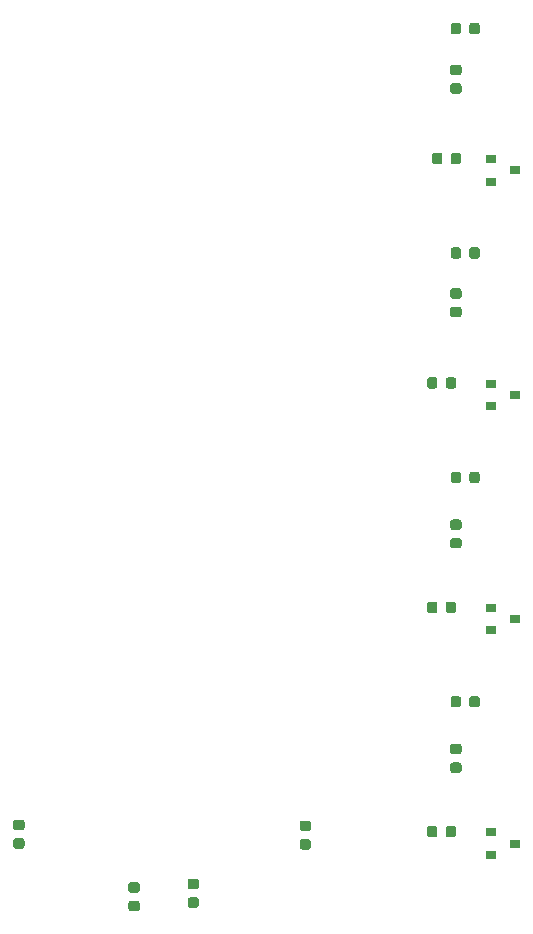
<source format=gtp>
G04 #@! TF.GenerationSoftware,KiCad,Pcbnew,5.1.2-f72e74a~84~ubuntu18.04.1*
G04 #@! TF.CreationDate,2019-06-17T19:39:07+02:00*
G04 #@! TF.ProjectId,msg-relay,6d73672d-7265-46c6-9179-2e6b69636164,rev?*
G04 #@! TF.SameCoordinates,Original*
G04 #@! TF.FileFunction,Paste,Top*
G04 #@! TF.FilePolarity,Positive*
%FSLAX46Y46*%
G04 Gerber Fmt 4.6, Leading zero omitted, Abs format (unit mm)*
G04 Created by KiCad (PCBNEW 5.1.2-f72e74a~84~ubuntu18.04.1) date 2019-06-17 19:39:07*
%MOMM*%
%LPD*%
G04 APERTURE LIST*
%ADD10C,0.100000*%
%ADD11C,0.875000*%
%ADD12R,0.900000X0.800000*%
G04 APERTURE END LIST*
D10*
G36*
X106527691Y-121063553D02*
G01*
X106548926Y-121066703D01*
X106569750Y-121071919D01*
X106589962Y-121079151D01*
X106609368Y-121088330D01*
X106627781Y-121099366D01*
X106645024Y-121112154D01*
X106660930Y-121126570D01*
X106675346Y-121142476D01*
X106688134Y-121159719D01*
X106699170Y-121178132D01*
X106708349Y-121197538D01*
X106715581Y-121217750D01*
X106720797Y-121238574D01*
X106723947Y-121259809D01*
X106725000Y-121281250D01*
X106725000Y-121718750D01*
X106723947Y-121740191D01*
X106720797Y-121761426D01*
X106715581Y-121782250D01*
X106708349Y-121802462D01*
X106699170Y-121821868D01*
X106688134Y-121840281D01*
X106675346Y-121857524D01*
X106660930Y-121873430D01*
X106645024Y-121887846D01*
X106627781Y-121900634D01*
X106609368Y-121911670D01*
X106589962Y-121920849D01*
X106569750Y-121928081D01*
X106548926Y-121933297D01*
X106527691Y-121936447D01*
X106506250Y-121937500D01*
X105993750Y-121937500D01*
X105972309Y-121936447D01*
X105951074Y-121933297D01*
X105930250Y-121928081D01*
X105910038Y-121920849D01*
X105890632Y-121911670D01*
X105872219Y-121900634D01*
X105854976Y-121887846D01*
X105839070Y-121873430D01*
X105824654Y-121857524D01*
X105811866Y-121840281D01*
X105800830Y-121821868D01*
X105791651Y-121802462D01*
X105784419Y-121782250D01*
X105779203Y-121761426D01*
X105776053Y-121740191D01*
X105775000Y-121718750D01*
X105775000Y-121281250D01*
X105776053Y-121259809D01*
X105779203Y-121238574D01*
X105784419Y-121217750D01*
X105791651Y-121197538D01*
X105800830Y-121178132D01*
X105811866Y-121159719D01*
X105824654Y-121142476D01*
X105839070Y-121126570D01*
X105854976Y-121112154D01*
X105872219Y-121099366D01*
X105890632Y-121088330D01*
X105910038Y-121079151D01*
X105930250Y-121071919D01*
X105951074Y-121066703D01*
X105972309Y-121063553D01*
X105993750Y-121062500D01*
X106506250Y-121062500D01*
X106527691Y-121063553D01*
X106527691Y-121063553D01*
G37*
D11*
X106250000Y-121500000D03*
D10*
G36*
X106527691Y-122638553D02*
G01*
X106548926Y-122641703D01*
X106569750Y-122646919D01*
X106589962Y-122654151D01*
X106609368Y-122663330D01*
X106627781Y-122674366D01*
X106645024Y-122687154D01*
X106660930Y-122701570D01*
X106675346Y-122717476D01*
X106688134Y-122734719D01*
X106699170Y-122753132D01*
X106708349Y-122772538D01*
X106715581Y-122792750D01*
X106720797Y-122813574D01*
X106723947Y-122834809D01*
X106725000Y-122856250D01*
X106725000Y-123293750D01*
X106723947Y-123315191D01*
X106720797Y-123336426D01*
X106715581Y-123357250D01*
X106708349Y-123377462D01*
X106699170Y-123396868D01*
X106688134Y-123415281D01*
X106675346Y-123432524D01*
X106660930Y-123448430D01*
X106645024Y-123462846D01*
X106627781Y-123475634D01*
X106609368Y-123486670D01*
X106589962Y-123495849D01*
X106569750Y-123503081D01*
X106548926Y-123508297D01*
X106527691Y-123511447D01*
X106506250Y-123512500D01*
X105993750Y-123512500D01*
X105972309Y-123511447D01*
X105951074Y-123508297D01*
X105930250Y-123503081D01*
X105910038Y-123495849D01*
X105890632Y-123486670D01*
X105872219Y-123475634D01*
X105854976Y-123462846D01*
X105839070Y-123448430D01*
X105824654Y-123432524D01*
X105811866Y-123415281D01*
X105800830Y-123396868D01*
X105791651Y-123377462D01*
X105784419Y-123357250D01*
X105779203Y-123336426D01*
X105776053Y-123315191D01*
X105775000Y-123293750D01*
X105775000Y-122856250D01*
X105776053Y-122834809D01*
X105779203Y-122813574D01*
X105784419Y-122792750D01*
X105791651Y-122772538D01*
X105800830Y-122753132D01*
X105811866Y-122734719D01*
X105824654Y-122717476D01*
X105839070Y-122701570D01*
X105854976Y-122687154D01*
X105872219Y-122674366D01*
X105890632Y-122663330D01*
X105910038Y-122654151D01*
X105930250Y-122646919D01*
X105951074Y-122641703D01*
X105972309Y-122638553D01*
X105993750Y-122637500D01*
X106506250Y-122637500D01*
X106527691Y-122638553D01*
X106527691Y-122638553D01*
G37*
D11*
X106250000Y-123075000D03*
D10*
G36*
X97027691Y-127563553D02*
G01*
X97048926Y-127566703D01*
X97069750Y-127571919D01*
X97089962Y-127579151D01*
X97109368Y-127588330D01*
X97127781Y-127599366D01*
X97145024Y-127612154D01*
X97160930Y-127626570D01*
X97175346Y-127642476D01*
X97188134Y-127659719D01*
X97199170Y-127678132D01*
X97208349Y-127697538D01*
X97215581Y-127717750D01*
X97220797Y-127738574D01*
X97223947Y-127759809D01*
X97225000Y-127781250D01*
X97225000Y-128218750D01*
X97223947Y-128240191D01*
X97220797Y-128261426D01*
X97215581Y-128282250D01*
X97208349Y-128302462D01*
X97199170Y-128321868D01*
X97188134Y-128340281D01*
X97175346Y-128357524D01*
X97160930Y-128373430D01*
X97145024Y-128387846D01*
X97127781Y-128400634D01*
X97109368Y-128411670D01*
X97089962Y-128420849D01*
X97069750Y-128428081D01*
X97048926Y-128433297D01*
X97027691Y-128436447D01*
X97006250Y-128437500D01*
X96493750Y-128437500D01*
X96472309Y-128436447D01*
X96451074Y-128433297D01*
X96430250Y-128428081D01*
X96410038Y-128420849D01*
X96390632Y-128411670D01*
X96372219Y-128400634D01*
X96354976Y-128387846D01*
X96339070Y-128373430D01*
X96324654Y-128357524D01*
X96311866Y-128340281D01*
X96300830Y-128321868D01*
X96291651Y-128302462D01*
X96284419Y-128282250D01*
X96279203Y-128261426D01*
X96276053Y-128240191D01*
X96275000Y-128218750D01*
X96275000Y-127781250D01*
X96276053Y-127759809D01*
X96279203Y-127738574D01*
X96284419Y-127717750D01*
X96291651Y-127697538D01*
X96300830Y-127678132D01*
X96311866Y-127659719D01*
X96324654Y-127642476D01*
X96339070Y-127626570D01*
X96354976Y-127612154D01*
X96372219Y-127599366D01*
X96390632Y-127588330D01*
X96410038Y-127579151D01*
X96430250Y-127571919D01*
X96451074Y-127566703D01*
X96472309Y-127563553D01*
X96493750Y-127562500D01*
X97006250Y-127562500D01*
X97027691Y-127563553D01*
X97027691Y-127563553D01*
G37*
D11*
X96750000Y-128000000D03*
D10*
G36*
X97027691Y-125988553D02*
G01*
X97048926Y-125991703D01*
X97069750Y-125996919D01*
X97089962Y-126004151D01*
X97109368Y-126013330D01*
X97127781Y-126024366D01*
X97145024Y-126037154D01*
X97160930Y-126051570D01*
X97175346Y-126067476D01*
X97188134Y-126084719D01*
X97199170Y-126103132D01*
X97208349Y-126122538D01*
X97215581Y-126142750D01*
X97220797Y-126163574D01*
X97223947Y-126184809D01*
X97225000Y-126206250D01*
X97225000Y-126643750D01*
X97223947Y-126665191D01*
X97220797Y-126686426D01*
X97215581Y-126707250D01*
X97208349Y-126727462D01*
X97199170Y-126746868D01*
X97188134Y-126765281D01*
X97175346Y-126782524D01*
X97160930Y-126798430D01*
X97145024Y-126812846D01*
X97127781Y-126825634D01*
X97109368Y-126836670D01*
X97089962Y-126845849D01*
X97069750Y-126853081D01*
X97048926Y-126858297D01*
X97027691Y-126861447D01*
X97006250Y-126862500D01*
X96493750Y-126862500D01*
X96472309Y-126861447D01*
X96451074Y-126858297D01*
X96430250Y-126853081D01*
X96410038Y-126845849D01*
X96390632Y-126836670D01*
X96372219Y-126825634D01*
X96354976Y-126812846D01*
X96339070Y-126798430D01*
X96324654Y-126782524D01*
X96311866Y-126765281D01*
X96300830Y-126746868D01*
X96291651Y-126727462D01*
X96284419Y-126707250D01*
X96279203Y-126686426D01*
X96276053Y-126665191D01*
X96275000Y-126643750D01*
X96275000Y-126206250D01*
X96276053Y-126184809D01*
X96279203Y-126163574D01*
X96284419Y-126142750D01*
X96291651Y-126122538D01*
X96300830Y-126103132D01*
X96311866Y-126084719D01*
X96324654Y-126067476D01*
X96339070Y-126051570D01*
X96354976Y-126037154D01*
X96372219Y-126024366D01*
X96390632Y-126013330D01*
X96410038Y-126004151D01*
X96430250Y-125996919D01*
X96451074Y-125991703D01*
X96472309Y-125988553D01*
X96493750Y-125987500D01*
X97006250Y-125987500D01*
X97027691Y-125988553D01*
X97027691Y-125988553D01*
G37*
D11*
X96750000Y-126425000D03*
D10*
G36*
X82277691Y-120988553D02*
G01*
X82298926Y-120991703D01*
X82319750Y-120996919D01*
X82339962Y-121004151D01*
X82359368Y-121013330D01*
X82377781Y-121024366D01*
X82395024Y-121037154D01*
X82410930Y-121051570D01*
X82425346Y-121067476D01*
X82438134Y-121084719D01*
X82449170Y-121103132D01*
X82458349Y-121122538D01*
X82465581Y-121142750D01*
X82470797Y-121163574D01*
X82473947Y-121184809D01*
X82475000Y-121206250D01*
X82475000Y-121643750D01*
X82473947Y-121665191D01*
X82470797Y-121686426D01*
X82465581Y-121707250D01*
X82458349Y-121727462D01*
X82449170Y-121746868D01*
X82438134Y-121765281D01*
X82425346Y-121782524D01*
X82410930Y-121798430D01*
X82395024Y-121812846D01*
X82377781Y-121825634D01*
X82359368Y-121836670D01*
X82339962Y-121845849D01*
X82319750Y-121853081D01*
X82298926Y-121858297D01*
X82277691Y-121861447D01*
X82256250Y-121862500D01*
X81743750Y-121862500D01*
X81722309Y-121861447D01*
X81701074Y-121858297D01*
X81680250Y-121853081D01*
X81660038Y-121845849D01*
X81640632Y-121836670D01*
X81622219Y-121825634D01*
X81604976Y-121812846D01*
X81589070Y-121798430D01*
X81574654Y-121782524D01*
X81561866Y-121765281D01*
X81550830Y-121746868D01*
X81541651Y-121727462D01*
X81534419Y-121707250D01*
X81529203Y-121686426D01*
X81526053Y-121665191D01*
X81525000Y-121643750D01*
X81525000Y-121206250D01*
X81526053Y-121184809D01*
X81529203Y-121163574D01*
X81534419Y-121142750D01*
X81541651Y-121122538D01*
X81550830Y-121103132D01*
X81561866Y-121084719D01*
X81574654Y-121067476D01*
X81589070Y-121051570D01*
X81604976Y-121037154D01*
X81622219Y-121024366D01*
X81640632Y-121013330D01*
X81660038Y-121004151D01*
X81680250Y-120996919D01*
X81701074Y-120991703D01*
X81722309Y-120988553D01*
X81743750Y-120987500D01*
X82256250Y-120987500D01*
X82277691Y-120988553D01*
X82277691Y-120988553D01*
G37*
D11*
X82000000Y-121425000D03*
D10*
G36*
X82277691Y-122563553D02*
G01*
X82298926Y-122566703D01*
X82319750Y-122571919D01*
X82339962Y-122579151D01*
X82359368Y-122588330D01*
X82377781Y-122599366D01*
X82395024Y-122612154D01*
X82410930Y-122626570D01*
X82425346Y-122642476D01*
X82438134Y-122659719D01*
X82449170Y-122678132D01*
X82458349Y-122697538D01*
X82465581Y-122717750D01*
X82470797Y-122738574D01*
X82473947Y-122759809D01*
X82475000Y-122781250D01*
X82475000Y-123218750D01*
X82473947Y-123240191D01*
X82470797Y-123261426D01*
X82465581Y-123282250D01*
X82458349Y-123302462D01*
X82449170Y-123321868D01*
X82438134Y-123340281D01*
X82425346Y-123357524D01*
X82410930Y-123373430D01*
X82395024Y-123387846D01*
X82377781Y-123400634D01*
X82359368Y-123411670D01*
X82339962Y-123420849D01*
X82319750Y-123428081D01*
X82298926Y-123433297D01*
X82277691Y-123436447D01*
X82256250Y-123437500D01*
X81743750Y-123437500D01*
X81722309Y-123436447D01*
X81701074Y-123433297D01*
X81680250Y-123428081D01*
X81660038Y-123420849D01*
X81640632Y-123411670D01*
X81622219Y-123400634D01*
X81604976Y-123387846D01*
X81589070Y-123373430D01*
X81574654Y-123357524D01*
X81561866Y-123340281D01*
X81550830Y-123321868D01*
X81541651Y-123302462D01*
X81534419Y-123282250D01*
X81529203Y-123261426D01*
X81526053Y-123240191D01*
X81525000Y-123218750D01*
X81525000Y-122781250D01*
X81526053Y-122759809D01*
X81529203Y-122738574D01*
X81534419Y-122717750D01*
X81541651Y-122697538D01*
X81550830Y-122678132D01*
X81561866Y-122659719D01*
X81574654Y-122642476D01*
X81589070Y-122626570D01*
X81604976Y-122612154D01*
X81622219Y-122599366D01*
X81640632Y-122588330D01*
X81660038Y-122579151D01*
X81680250Y-122571919D01*
X81701074Y-122566703D01*
X81722309Y-122563553D01*
X81743750Y-122562500D01*
X82256250Y-122562500D01*
X82277691Y-122563553D01*
X82277691Y-122563553D01*
G37*
D11*
X82000000Y-123000000D03*
D10*
G36*
X92027691Y-127851053D02*
G01*
X92048926Y-127854203D01*
X92069750Y-127859419D01*
X92089962Y-127866651D01*
X92109368Y-127875830D01*
X92127781Y-127886866D01*
X92145024Y-127899654D01*
X92160930Y-127914070D01*
X92175346Y-127929976D01*
X92188134Y-127947219D01*
X92199170Y-127965632D01*
X92208349Y-127985038D01*
X92215581Y-128005250D01*
X92220797Y-128026074D01*
X92223947Y-128047309D01*
X92225000Y-128068750D01*
X92225000Y-128506250D01*
X92223947Y-128527691D01*
X92220797Y-128548926D01*
X92215581Y-128569750D01*
X92208349Y-128589962D01*
X92199170Y-128609368D01*
X92188134Y-128627781D01*
X92175346Y-128645024D01*
X92160930Y-128660930D01*
X92145024Y-128675346D01*
X92127781Y-128688134D01*
X92109368Y-128699170D01*
X92089962Y-128708349D01*
X92069750Y-128715581D01*
X92048926Y-128720797D01*
X92027691Y-128723947D01*
X92006250Y-128725000D01*
X91493750Y-128725000D01*
X91472309Y-128723947D01*
X91451074Y-128720797D01*
X91430250Y-128715581D01*
X91410038Y-128708349D01*
X91390632Y-128699170D01*
X91372219Y-128688134D01*
X91354976Y-128675346D01*
X91339070Y-128660930D01*
X91324654Y-128645024D01*
X91311866Y-128627781D01*
X91300830Y-128609368D01*
X91291651Y-128589962D01*
X91284419Y-128569750D01*
X91279203Y-128548926D01*
X91276053Y-128527691D01*
X91275000Y-128506250D01*
X91275000Y-128068750D01*
X91276053Y-128047309D01*
X91279203Y-128026074D01*
X91284419Y-128005250D01*
X91291651Y-127985038D01*
X91300830Y-127965632D01*
X91311866Y-127947219D01*
X91324654Y-127929976D01*
X91339070Y-127914070D01*
X91354976Y-127899654D01*
X91372219Y-127886866D01*
X91390632Y-127875830D01*
X91410038Y-127866651D01*
X91430250Y-127859419D01*
X91451074Y-127854203D01*
X91472309Y-127851053D01*
X91493750Y-127850000D01*
X92006250Y-127850000D01*
X92027691Y-127851053D01*
X92027691Y-127851053D01*
G37*
D11*
X91750000Y-128287500D03*
D10*
G36*
X92027691Y-126276053D02*
G01*
X92048926Y-126279203D01*
X92069750Y-126284419D01*
X92089962Y-126291651D01*
X92109368Y-126300830D01*
X92127781Y-126311866D01*
X92145024Y-126324654D01*
X92160930Y-126339070D01*
X92175346Y-126354976D01*
X92188134Y-126372219D01*
X92199170Y-126390632D01*
X92208349Y-126410038D01*
X92215581Y-126430250D01*
X92220797Y-126451074D01*
X92223947Y-126472309D01*
X92225000Y-126493750D01*
X92225000Y-126931250D01*
X92223947Y-126952691D01*
X92220797Y-126973926D01*
X92215581Y-126994750D01*
X92208349Y-127014962D01*
X92199170Y-127034368D01*
X92188134Y-127052781D01*
X92175346Y-127070024D01*
X92160930Y-127085930D01*
X92145024Y-127100346D01*
X92127781Y-127113134D01*
X92109368Y-127124170D01*
X92089962Y-127133349D01*
X92069750Y-127140581D01*
X92048926Y-127145797D01*
X92027691Y-127148947D01*
X92006250Y-127150000D01*
X91493750Y-127150000D01*
X91472309Y-127148947D01*
X91451074Y-127145797D01*
X91430250Y-127140581D01*
X91410038Y-127133349D01*
X91390632Y-127124170D01*
X91372219Y-127113134D01*
X91354976Y-127100346D01*
X91339070Y-127085930D01*
X91324654Y-127070024D01*
X91311866Y-127052781D01*
X91300830Y-127034368D01*
X91291651Y-127014962D01*
X91284419Y-126994750D01*
X91279203Y-126973926D01*
X91276053Y-126952691D01*
X91275000Y-126931250D01*
X91275000Y-126493750D01*
X91276053Y-126472309D01*
X91279203Y-126451074D01*
X91284419Y-126430250D01*
X91291651Y-126410038D01*
X91300830Y-126390632D01*
X91311866Y-126372219D01*
X91324654Y-126354976D01*
X91339070Y-126339070D01*
X91354976Y-126324654D01*
X91372219Y-126311866D01*
X91390632Y-126300830D01*
X91410038Y-126291651D01*
X91430250Y-126284419D01*
X91451074Y-126279203D01*
X91472309Y-126276053D01*
X91493750Y-126275000D01*
X92006250Y-126275000D01*
X92027691Y-126276053D01*
X92027691Y-126276053D01*
G37*
D11*
X91750000Y-126712500D03*
D10*
G36*
X117240191Y-121526053D02*
G01*
X117261426Y-121529203D01*
X117282250Y-121534419D01*
X117302462Y-121541651D01*
X117321868Y-121550830D01*
X117340281Y-121561866D01*
X117357524Y-121574654D01*
X117373430Y-121589070D01*
X117387846Y-121604976D01*
X117400634Y-121622219D01*
X117411670Y-121640632D01*
X117420849Y-121660038D01*
X117428081Y-121680250D01*
X117433297Y-121701074D01*
X117436447Y-121722309D01*
X117437500Y-121743750D01*
X117437500Y-122256250D01*
X117436447Y-122277691D01*
X117433297Y-122298926D01*
X117428081Y-122319750D01*
X117420849Y-122339962D01*
X117411670Y-122359368D01*
X117400634Y-122377781D01*
X117387846Y-122395024D01*
X117373430Y-122410930D01*
X117357524Y-122425346D01*
X117340281Y-122438134D01*
X117321868Y-122449170D01*
X117302462Y-122458349D01*
X117282250Y-122465581D01*
X117261426Y-122470797D01*
X117240191Y-122473947D01*
X117218750Y-122475000D01*
X116781250Y-122475000D01*
X116759809Y-122473947D01*
X116738574Y-122470797D01*
X116717750Y-122465581D01*
X116697538Y-122458349D01*
X116678132Y-122449170D01*
X116659719Y-122438134D01*
X116642476Y-122425346D01*
X116626570Y-122410930D01*
X116612154Y-122395024D01*
X116599366Y-122377781D01*
X116588330Y-122359368D01*
X116579151Y-122339962D01*
X116571919Y-122319750D01*
X116566703Y-122298926D01*
X116563553Y-122277691D01*
X116562500Y-122256250D01*
X116562500Y-121743750D01*
X116563553Y-121722309D01*
X116566703Y-121701074D01*
X116571919Y-121680250D01*
X116579151Y-121660038D01*
X116588330Y-121640632D01*
X116599366Y-121622219D01*
X116612154Y-121604976D01*
X116626570Y-121589070D01*
X116642476Y-121574654D01*
X116659719Y-121561866D01*
X116678132Y-121550830D01*
X116697538Y-121541651D01*
X116717750Y-121534419D01*
X116738574Y-121529203D01*
X116759809Y-121526053D01*
X116781250Y-121525000D01*
X117218750Y-121525000D01*
X117240191Y-121526053D01*
X117240191Y-121526053D01*
G37*
D11*
X117000000Y-122000000D03*
D10*
G36*
X118815191Y-121526053D02*
G01*
X118836426Y-121529203D01*
X118857250Y-121534419D01*
X118877462Y-121541651D01*
X118896868Y-121550830D01*
X118915281Y-121561866D01*
X118932524Y-121574654D01*
X118948430Y-121589070D01*
X118962846Y-121604976D01*
X118975634Y-121622219D01*
X118986670Y-121640632D01*
X118995849Y-121660038D01*
X119003081Y-121680250D01*
X119008297Y-121701074D01*
X119011447Y-121722309D01*
X119012500Y-121743750D01*
X119012500Y-122256250D01*
X119011447Y-122277691D01*
X119008297Y-122298926D01*
X119003081Y-122319750D01*
X118995849Y-122339962D01*
X118986670Y-122359368D01*
X118975634Y-122377781D01*
X118962846Y-122395024D01*
X118948430Y-122410930D01*
X118932524Y-122425346D01*
X118915281Y-122438134D01*
X118896868Y-122449170D01*
X118877462Y-122458349D01*
X118857250Y-122465581D01*
X118836426Y-122470797D01*
X118815191Y-122473947D01*
X118793750Y-122475000D01*
X118356250Y-122475000D01*
X118334809Y-122473947D01*
X118313574Y-122470797D01*
X118292750Y-122465581D01*
X118272538Y-122458349D01*
X118253132Y-122449170D01*
X118234719Y-122438134D01*
X118217476Y-122425346D01*
X118201570Y-122410930D01*
X118187154Y-122395024D01*
X118174366Y-122377781D01*
X118163330Y-122359368D01*
X118154151Y-122339962D01*
X118146919Y-122319750D01*
X118141703Y-122298926D01*
X118138553Y-122277691D01*
X118137500Y-122256250D01*
X118137500Y-121743750D01*
X118138553Y-121722309D01*
X118141703Y-121701074D01*
X118146919Y-121680250D01*
X118154151Y-121660038D01*
X118163330Y-121640632D01*
X118174366Y-121622219D01*
X118187154Y-121604976D01*
X118201570Y-121589070D01*
X118217476Y-121574654D01*
X118234719Y-121561866D01*
X118253132Y-121550830D01*
X118272538Y-121541651D01*
X118292750Y-121534419D01*
X118313574Y-121529203D01*
X118334809Y-121526053D01*
X118356250Y-121525000D01*
X118793750Y-121525000D01*
X118815191Y-121526053D01*
X118815191Y-121526053D01*
G37*
D11*
X118575000Y-122000000D03*
D10*
G36*
X119240191Y-110526053D02*
G01*
X119261426Y-110529203D01*
X119282250Y-110534419D01*
X119302462Y-110541651D01*
X119321868Y-110550830D01*
X119340281Y-110561866D01*
X119357524Y-110574654D01*
X119373430Y-110589070D01*
X119387846Y-110604976D01*
X119400634Y-110622219D01*
X119411670Y-110640632D01*
X119420849Y-110660038D01*
X119428081Y-110680250D01*
X119433297Y-110701074D01*
X119436447Y-110722309D01*
X119437500Y-110743750D01*
X119437500Y-111256250D01*
X119436447Y-111277691D01*
X119433297Y-111298926D01*
X119428081Y-111319750D01*
X119420849Y-111339962D01*
X119411670Y-111359368D01*
X119400634Y-111377781D01*
X119387846Y-111395024D01*
X119373430Y-111410930D01*
X119357524Y-111425346D01*
X119340281Y-111438134D01*
X119321868Y-111449170D01*
X119302462Y-111458349D01*
X119282250Y-111465581D01*
X119261426Y-111470797D01*
X119240191Y-111473947D01*
X119218750Y-111475000D01*
X118781250Y-111475000D01*
X118759809Y-111473947D01*
X118738574Y-111470797D01*
X118717750Y-111465581D01*
X118697538Y-111458349D01*
X118678132Y-111449170D01*
X118659719Y-111438134D01*
X118642476Y-111425346D01*
X118626570Y-111410930D01*
X118612154Y-111395024D01*
X118599366Y-111377781D01*
X118588330Y-111359368D01*
X118579151Y-111339962D01*
X118571919Y-111319750D01*
X118566703Y-111298926D01*
X118563553Y-111277691D01*
X118562500Y-111256250D01*
X118562500Y-110743750D01*
X118563553Y-110722309D01*
X118566703Y-110701074D01*
X118571919Y-110680250D01*
X118579151Y-110660038D01*
X118588330Y-110640632D01*
X118599366Y-110622219D01*
X118612154Y-110604976D01*
X118626570Y-110589070D01*
X118642476Y-110574654D01*
X118659719Y-110561866D01*
X118678132Y-110550830D01*
X118697538Y-110541651D01*
X118717750Y-110534419D01*
X118738574Y-110529203D01*
X118759809Y-110526053D01*
X118781250Y-110525000D01*
X119218750Y-110525000D01*
X119240191Y-110526053D01*
X119240191Y-110526053D01*
G37*
D11*
X119000000Y-111000000D03*
D10*
G36*
X120815191Y-110526053D02*
G01*
X120836426Y-110529203D01*
X120857250Y-110534419D01*
X120877462Y-110541651D01*
X120896868Y-110550830D01*
X120915281Y-110561866D01*
X120932524Y-110574654D01*
X120948430Y-110589070D01*
X120962846Y-110604976D01*
X120975634Y-110622219D01*
X120986670Y-110640632D01*
X120995849Y-110660038D01*
X121003081Y-110680250D01*
X121008297Y-110701074D01*
X121011447Y-110722309D01*
X121012500Y-110743750D01*
X121012500Y-111256250D01*
X121011447Y-111277691D01*
X121008297Y-111298926D01*
X121003081Y-111319750D01*
X120995849Y-111339962D01*
X120986670Y-111359368D01*
X120975634Y-111377781D01*
X120962846Y-111395024D01*
X120948430Y-111410930D01*
X120932524Y-111425346D01*
X120915281Y-111438134D01*
X120896868Y-111449170D01*
X120877462Y-111458349D01*
X120857250Y-111465581D01*
X120836426Y-111470797D01*
X120815191Y-111473947D01*
X120793750Y-111475000D01*
X120356250Y-111475000D01*
X120334809Y-111473947D01*
X120313574Y-111470797D01*
X120292750Y-111465581D01*
X120272538Y-111458349D01*
X120253132Y-111449170D01*
X120234719Y-111438134D01*
X120217476Y-111425346D01*
X120201570Y-111410930D01*
X120187154Y-111395024D01*
X120174366Y-111377781D01*
X120163330Y-111359368D01*
X120154151Y-111339962D01*
X120146919Y-111319750D01*
X120141703Y-111298926D01*
X120138553Y-111277691D01*
X120137500Y-111256250D01*
X120137500Y-110743750D01*
X120138553Y-110722309D01*
X120141703Y-110701074D01*
X120146919Y-110680250D01*
X120154151Y-110660038D01*
X120163330Y-110640632D01*
X120174366Y-110622219D01*
X120187154Y-110604976D01*
X120201570Y-110589070D01*
X120217476Y-110574654D01*
X120234719Y-110561866D01*
X120253132Y-110550830D01*
X120272538Y-110541651D01*
X120292750Y-110534419D01*
X120313574Y-110529203D01*
X120334809Y-110526053D01*
X120356250Y-110525000D01*
X120793750Y-110525000D01*
X120815191Y-110526053D01*
X120815191Y-110526053D01*
G37*
D11*
X120575000Y-111000000D03*
D10*
G36*
X117240191Y-102526053D02*
G01*
X117261426Y-102529203D01*
X117282250Y-102534419D01*
X117302462Y-102541651D01*
X117321868Y-102550830D01*
X117340281Y-102561866D01*
X117357524Y-102574654D01*
X117373430Y-102589070D01*
X117387846Y-102604976D01*
X117400634Y-102622219D01*
X117411670Y-102640632D01*
X117420849Y-102660038D01*
X117428081Y-102680250D01*
X117433297Y-102701074D01*
X117436447Y-102722309D01*
X117437500Y-102743750D01*
X117437500Y-103256250D01*
X117436447Y-103277691D01*
X117433297Y-103298926D01*
X117428081Y-103319750D01*
X117420849Y-103339962D01*
X117411670Y-103359368D01*
X117400634Y-103377781D01*
X117387846Y-103395024D01*
X117373430Y-103410930D01*
X117357524Y-103425346D01*
X117340281Y-103438134D01*
X117321868Y-103449170D01*
X117302462Y-103458349D01*
X117282250Y-103465581D01*
X117261426Y-103470797D01*
X117240191Y-103473947D01*
X117218750Y-103475000D01*
X116781250Y-103475000D01*
X116759809Y-103473947D01*
X116738574Y-103470797D01*
X116717750Y-103465581D01*
X116697538Y-103458349D01*
X116678132Y-103449170D01*
X116659719Y-103438134D01*
X116642476Y-103425346D01*
X116626570Y-103410930D01*
X116612154Y-103395024D01*
X116599366Y-103377781D01*
X116588330Y-103359368D01*
X116579151Y-103339962D01*
X116571919Y-103319750D01*
X116566703Y-103298926D01*
X116563553Y-103277691D01*
X116562500Y-103256250D01*
X116562500Y-102743750D01*
X116563553Y-102722309D01*
X116566703Y-102701074D01*
X116571919Y-102680250D01*
X116579151Y-102660038D01*
X116588330Y-102640632D01*
X116599366Y-102622219D01*
X116612154Y-102604976D01*
X116626570Y-102589070D01*
X116642476Y-102574654D01*
X116659719Y-102561866D01*
X116678132Y-102550830D01*
X116697538Y-102541651D01*
X116717750Y-102534419D01*
X116738574Y-102529203D01*
X116759809Y-102526053D01*
X116781250Y-102525000D01*
X117218750Y-102525000D01*
X117240191Y-102526053D01*
X117240191Y-102526053D01*
G37*
D11*
X117000000Y-103000000D03*
D10*
G36*
X118815191Y-102526053D02*
G01*
X118836426Y-102529203D01*
X118857250Y-102534419D01*
X118877462Y-102541651D01*
X118896868Y-102550830D01*
X118915281Y-102561866D01*
X118932524Y-102574654D01*
X118948430Y-102589070D01*
X118962846Y-102604976D01*
X118975634Y-102622219D01*
X118986670Y-102640632D01*
X118995849Y-102660038D01*
X119003081Y-102680250D01*
X119008297Y-102701074D01*
X119011447Y-102722309D01*
X119012500Y-102743750D01*
X119012500Y-103256250D01*
X119011447Y-103277691D01*
X119008297Y-103298926D01*
X119003081Y-103319750D01*
X118995849Y-103339962D01*
X118986670Y-103359368D01*
X118975634Y-103377781D01*
X118962846Y-103395024D01*
X118948430Y-103410930D01*
X118932524Y-103425346D01*
X118915281Y-103438134D01*
X118896868Y-103449170D01*
X118877462Y-103458349D01*
X118857250Y-103465581D01*
X118836426Y-103470797D01*
X118815191Y-103473947D01*
X118793750Y-103475000D01*
X118356250Y-103475000D01*
X118334809Y-103473947D01*
X118313574Y-103470797D01*
X118292750Y-103465581D01*
X118272538Y-103458349D01*
X118253132Y-103449170D01*
X118234719Y-103438134D01*
X118217476Y-103425346D01*
X118201570Y-103410930D01*
X118187154Y-103395024D01*
X118174366Y-103377781D01*
X118163330Y-103359368D01*
X118154151Y-103339962D01*
X118146919Y-103319750D01*
X118141703Y-103298926D01*
X118138553Y-103277691D01*
X118137500Y-103256250D01*
X118137500Y-102743750D01*
X118138553Y-102722309D01*
X118141703Y-102701074D01*
X118146919Y-102680250D01*
X118154151Y-102660038D01*
X118163330Y-102640632D01*
X118174366Y-102622219D01*
X118187154Y-102604976D01*
X118201570Y-102589070D01*
X118217476Y-102574654D01*
X118234719Y-102561866D01*
X118253132Y-102550830D01*
X118272538Y-102541651D01*
X118292750Y-102534419D01*
X118313574Y-102529203D01*
X118334809Y-102526053D01*
X118356250Y-102525000D01*
X118793750Y-102525000D01*
X118815191Y-102526053D01*
X118815191Y-102526053D01*
G37*
D11*
X118575000Y-103000000D03*
D10*
G36*
X119240191Y-91526053D02*
G01*
X119261426Y-91529203D01*
X119282250Y-91534419D01*
X119302462Y-91541651D01*
X119321868Y-91550830D01*
X119340281Y-91561866D01*
X119357524Y-91574654D01*
X119373430Y-91589070D01*
X119387846Y-91604976D01*
X119400634Y-91622219D01*
X119411670Y-91640632D01*
X119420849Y-91660038D01*
X119428081Y-91680250D01*
X119433297Y-91701074D01*
X119436447Y-91722309D01*
X119437500Y-91743750D01*
X119437500Y-92256250D01*
X119436447Y-92277691D01*
X119433297Y-92298926D01*
X119428081Y-92319750D01*
X119420849Y-92339962D01*
X119411670Y-92359368D01*
X119400634Y-92377781D01*
X119387846Y-92395024D01*
X119373430Y-92410930D01*
X119357524Y-92425346D01*
X119340281Y-92438134D01*
X119321868Y-92449170D01*
X119302462Y-92458349D01*
X119282250Y-92465581D01*
X119261426Y-92470797D01*
X119240191Y-92473947D01*
X119218750Y-92475000D01*
X118781250Y-92475000D01*
X118759809Y-92473947D01*
X118738574Y-92470797D01*
X118717750Y-92465581D01*
X118697538Y-92458349D01*
X118678132Y-92449170D01*
X118659719Y-92438134D01*
X118642476Y-92425346D01*
X118626570Y-92410930D01*
X118612154Y-92395024D01*
X118599366Y-92377781D01*
X118588330Y-92359368D01*
X118579151Y-92339962D01*
X118571919Y-92319750D01*
X118566703Y-92298926D01*
X118563553Y-92277691D01*
X118562500Y-92256250D01*
X118562500Y-91743750D01*
X118563553Y-91722309D01*
X118566703Y-91701074D01*
X118571919Y-91680250D01*
X118579151Y-91660038D01*
X118588330Y-91640632D01*
X118599366Y-91622219D01*
X118612154Y-91604976D01*
X118626570Y-91589070D01*
X118642476Y-91574654D01*
X118659719Y-91561866D01*
X118678132Y-91550830D01*
X118697538Y-91541651D01*
X118717750Y-91534419D01*
X118738574Y-91529203D01*
X118759809Y-91526053D01*
X118781250Y-91525000D01*
X119218750Y-91525000D01*
X119240191Y-91526053D01*
X119240191Y-91526053D01*
G37*
D11*
X119000000Y-92000000D03*
D10*
G36*
X120815191Y-91526053D02*
G01*
X120836426Y-91529203D01*
X120857250Y-91534419D01*
X120877462Y-91541651D01*
X120896868Y-91550830D01*
X120915281Y-91561866D01*
X120932524Y-91574654D01*
X120948430Y-91589070D01*
X120962846Y-91604976D01*
X120975634Y-91622219D01*
X120986670Y-91640632D01*
X120995849Y-91660038D01*
X121003081Y-91680250D01*
X121008297Y-91701074D01*
X121011447Y-91722309D01*
X121012500Y-91743750D01*
X121012500Y-92256250D01*
X121011447Y-92277691D01*
X121008297Y-92298926D01*
X121003081Y-92319750D01*
X120995849Y-92339962D01*
X120986670Y-92359368D01*
X120975634Y-92377781D01*
X120962846Y-92395024D01*
X120948430Y-92410930D01*
X120932524Y-92425346D01*
X120915281Y-92438134D01*
X120896868Y-92449170D01*
X120877462Y-92458349D01*
X120857250Y-92465581D01*
X120836426Y-92470797D01*
X120815191Y-92473947D01*
X120793750Y-92475000D01*
X120356250Y-92475000D01*
X120334809Y-92473947D01*
X120313574Y-92470797D01*
X120292750Y-92465581D01*
X120272538Y-92458349D01*
X120253132Y-92449170D01*
X120234719Y-92438134D01*
X120217476Y-92425346D01*
X120201570Y-92410930D01*
X120187154Y-92395024D01*
X120174366Y-92377781D01*
X120163330Y-92359368D01*
X120154151Y-92339962D01*
X120146919Y-92319750D01*
X120141703Y-92298926D01*
X120138553Y-92277691D01*
X120137500Y-92256250D01*
X120137500Y-91743750D01*
X120138553Y-91722309D01*
X120141703Y-91701074D01*
X120146919Y-91680250D01*
X120154151Y-91660038D01*
X120163330Y-91640632D01*
X120174366Y-91622219D01*
X120187154Y-91604976D01*
X120201570Y-91589070D01*
X120217476Y-91574654D01*
X120234719Y-91561866D01*
X120253132Y-91550830D01*
X120272538Y-91541651D01*
X120292750Y-91534419D01*
X120313574Y-91529203D01*
X120334809Y-91526053D01*
X120356250Y-91525000D01*
X120793750Y-91525000D01*
X120815191Y-91526053D01*
X120815191Y-91526053D01*
G37*
D11*
X120575000Y-92000000D03*
D10*
G36*
X117240191Y-83526053D02*
G01*
X117261426Y-83529203D01*
X117282250Y-83534419D01*
X117302462Y-83541651D01*
X117321868Y-83550830D01*
X117340281Y-83561866D01*
X117357524Y-83574654D01*
X117373430Y-83589070D01*
X117387846Y-83604976D01*
X117400634Y-83622219D01*
X117411670Y-83640632D01*
X117420849Y-83660038D01*
X117428081Y-83680250D01*
X117433297Y-83701074D01*
X117436447Y-83722309D01*
X117437500Y-83743750D01*
X117437500Y-84256250D01*
X117436447Y-84277691D01*
X117433297Y-84298926D01*
X117428081Y-84319750D01*
X117420849Y-84339962D01*
X117411670Y-84359368D01*
X117400634Y-84377781D01*
X117387846Y-84395024D01*
X117373430Y-84410930D01*
X117357524Y-84425346D01*
X117340281Y-84438134D01*
X117321868Y-84449170D01*
X117302462Y-84458349D01*
X117282250Y-84465581D01*
X117261426Y-84470797D01*
X117240191Y-84473947D01*
X117218750Y-84475000D01*
X116781250Y-84475000D01*
X116759809Y-84473947D01*
X116738574Y-84470797D01*
X116717750Y-84465581D01*
X116697538Y-84458349D01*
X116678132Y-84449170D01*
X116659719Y-84438134D01*
X116642476Y-84425346D01*
X116626570Y-84410930D01*
X116612154Y-84395024D01*
X116599366Y-84377781D01*
X116588330Y-84359368D01*
X116579151Y-84339962D01*
X116571919Y-84319750D01*
X116566703Y-84298926D01*
X116563553Y-84277691D01*
X116562500Y-84256250D01*
X116562500Y-83743750D01*
X116563553Y-83722309D01*
X116566703Y-83701074D01*
X116571919Y-83680250D01*
X116579151Y-83660038D01*
X116588330Y-83640632D01*
X116599366Y-83622219D01*
X116612154Y-83604976D01*
X116626570Y-83589070D01*
X116642476Y-83574654D01*
X116659719Y-83561866D01*
X116678132Y-83550830D01*
X116697538Y-83541651D01*
X116717750Y-83534419D01*
X116738574Y-83529203D01*
X116759809Y-83526053D01*
X116781250Y-83525000D01*
X117218750Y-83525000D01*
X117240191Y-83526053D01*
X117240191Y-83526053D01*
G37*
D11*
X117000000Y-84000000D03*
D10*
G36*
X118815191Y-83526053D02*
G01*
X118836426Y-83529203D01*
X118857250Y-83534419D01*
X118877462Y-83541651D01*
X118896868Y-83550830D01*
X118915281Y-83561866D01*
X118932524Y-83574654D01*
X118948430Y-83589070D01*
X118962846Y-83604976D01*
X118975634Y-83622219D01*
X118986670Y-83640632D01*
X118995849Y-83660038D01*
X119003081Y-83680250D01*
X119008297Y-83701074D01*
X119011447Y-83722309D01*
X119012500Y-83743750D01*
X119012500Y-84256250D01*
X119011447Y-84277691D01*
X119008297Y-84298926D01*
X119003081Y-84319750D01*
X118995849Y-84339962D01*
X118986670Y-84359368D01*
X118975634Y-84377781D01*
X118962846Y-84395024D01*
X118948430Y-84410930D01*
X118932524Y-84425346D01*
X118915281Y-84438134D01*
X118896868Y-84449170D01*
X118877462Y-84458349D01*
X118857250Y-84465581D01*
X118836426Y-84470797D01*
X118815191Y-84473947D01*
X118793750Y-84475000D01*
X118356250Y-84475000D01*
X118334809Y-84473947D01*
X118313574Y-84470797D01*
X118292750Y-84465581D01*
X118272538Y-84458349D01*
X118253132Y-84449170D01*
X118234719Y-84438134D01*
X118217476Y-84425346D01*
X118201570Y-84410930D01*
X118187154Y-84395024D01*
X118174366Y-84377781D01*
X118163330Y-84359368D01*
X118154151Y-84339962D01*
X118146919Y-84319750D01*
X118141703Y-84298926D01*
X118138553Y-84277691D01*
X118137500Y-84256250D01*
X118137500Y-83743750D01*
X118138553Y-83722309D01*
X118141703Y-83701074D01*
X118146919Y-83680250D01*
X118154151Y-83660038D01*
X118163330Y-83640632D01*
X118174366Y-83622219D01*
X118187154Y-83604976D01*
X118201570Y-83589070D01*
X118217476Y-83574654D01*
X118234719Y-83561866D01*
X118253132Y-83550830D01*
X118272538Y-83541651D01*
X118292750Y-83534419D01*
X118313574Y-83529203D01*
X118334809Y-83526053D01*
X118356250Y-83525000D01*
X118793750Y-83525000D01*
X118815191Y-83526053D01*
X118815191Y-83526053D01*
G37*
D11*
X118575000Y-84000000D03*
D10*
G36*
X119240191Y-72526053D02*
G01*
X119261426Y-72529203D01*
X119282250Y-72534419D01*
X119302462Y-72541651D01*
X119321868Y-72550830D01*
X119340281Y-72561866D01*
X119357524Y-72574654D01*
X119373430Y-72589070D01*
X119387846Y-72604976D01*
X119400634Y-72622219D01*
X119411670Y-72640632D01*
X119420849Y-72660038D01*
X119428081Y-72680250D01*
X119433297Y-72701074D01*
X119436447Y-72722309D01*
X119437500Y-72743750D01*
X119437500Y-73256250D01*
X119436447Y-73277691D01*
X119433297Y-73298926D01*
X119428081Y-73319750D01*
X119420849Y-73339962D01*
X119411670Y-73359368D01*
X119400634Y-73377781D01*
X119387846Y-73395024D01*
X119373430Y-73410930D01*
X119357524Y-73425346D01*
X119340281Y-73438134D01*
X119321868Y-73449170D01*
X119302462Y-73458349D01*
X119282250Y-73465581D01*
X119261426Y-73470797D01*
X119240191Y-73473947D01*
X119218750Y-73475000D01*
X118781250Y-73475000D01*
X118759809Y-73473947D01*
X118738574Y-73470797D01*
X118717750Y-73465581D01*
X118697538Y-73458349D01*
X118678132Y-73449170D01*
X118659719Y-73438134D01*
X118642476Y-73425346D01*
X118626570Y-73410930D01*
X118612154Y-73395024D01*
X118599366Y-73377781D01*
X118588330Y-73359368D01*
X118579151Y-73339962D01*
X118571919Y-73319750D01*
X118566703Y-73298926D01*
X118563553Y-73277691D01*
X118562500Y-73256250D01*
X118562500Y-72743750D01*
X118563553Y-72722309D01*
X118566703Y-72701074D01*
X118571919Y-72680250D01*
X118579151Y-72660038D01*
X118588330Y-72640632D01*
X118599366Y-72622219D01*
X118612154Y-72604976D01*
X118626570Y-72589070D01*
X118642476Y-72574654D01*
X118659719Y-72561866D01*
X118678132Y-72550830D01*
X118697538Y-72541651D01*
X118717750Y-72534419D01*
X118738574Y-72529203D01*
X118759809Y-72526053D01*
X118781250Y-72525000D01*
X119218750Y-72525000D01*
X119240191Y-72526053D01*
X119240191Y-72526053D01*
G37*
D11*
X119000000Y-73000000D03*
D10*
G36*
X120815191Y-72526053D02*
G01*
X120836426Y-72529203D01*
X120857250Y-72534419D01*
X120877462Y-72541651D01*
X120896868Y-72550830D01*
X120915281Y-72561866D01*
X120932524Y-72574654D01*
X120948430Y-72589070D01*
X120962846Y-72604976D01*
X120975634Y-72622219D01*
X120986670Y-72640632D01*
X120995849Y-72660038D01*
X121003081Y-72680250D01*
X121008297Y-72701074D01*
X121011447Y-72722309D01*
X121012500Y-72743750D01*
X121012500Y-73256250D01*
X121011447Y-73277691D01*
X121008297Y-73298926D01*
X121003081Y-73319750D01*
X120995849Y-73339962D01*
X120986670Y-73359368D01*
X120975634Y-73377781D01*
X120962846Y-73395024D01*
X120948430Y-73410930D01*
X120932524Y-73425346D01*
X120915281Y-73438134D01*
X120896868Y-73449170D01*
X120877462Y-73458349D01*
X120857250Y-73465581D01*
X120836426Y-73470797D01*
X120815191Y-73473947D01*
X120793750Y-73475000D01*
X120356250Y-73475000D01*
X120334809Y-73473947D01*
X120313574Y-73470797D01*
X120292750Y-73465581D01*
X120272538Y-73458349D01*
X120253132Y-73449170D01*
X120234719Y-73438134D01*
X120217476Y-73425346D01*
X120201570Y-73410930D01*
X120187154Y-73395024D01*
X120174366Y-73377781D01*
X120163330Y-73359368D01*
X120154151Y-73339962D01*
X120146919Y-73319750D01*
X120141703Y-73298926D01*
X120138553Y-73277691D01*
X120137500Y-73256250D01*
X120137500Y-72743750D01*
X120138553Y-72722309D01*
X120141703Y-72701074D01*
X120146919Y-72680250D01*
X120154151Y-72660038D01*
X120163330Y-72640632D01*
X120174366Y-72622219D01*
X120187154Y-72604976D01*
X120201570Y-72589070D01*
X120217476Y-72574654D01*
X120234719Y-72561866D01*
X120253132Y-72550830D01*
X120272538Y-72541651D01*
X120292750Y-72534419D01*
X120313574Y-72529203D01*
X120334809Y-72526053D01*
X120356250Y-72525000D01*
X120793750Y-72525000D01*
X120815191Y-72526053D01*
X120815191Y-72526053D01*
G37*
D11*
X120575000Y-73000000D03*
D10*
G36*
X117665191Y-64526053D02*
G01*
X117686426Y-64529203D01*
X117707250Y-64534419D01*
X117727462Y-64541651D01*
X117746868Y-64550830D01*
X117765281Y-64561866D01*
X117782524Y-64574654D01*
X117798430Y-64589070D01*
X117812846Y-64604976D01*
X117825634Y-64622219D01*
X117836670Y-64640632D01*
X117845849Y-64660038D01*
X117853081Y-64680250D01*
X117858297Y-64701074D01*
X117861447Y-64722309D01*
X117862500Y-64743750D01*
X117862500Y-65256250D01*
X117861447Y-65277691D01*
X117858297Y-65298926D01*
X117853081Y-65319750D01*
X117845849Y-65339962D01*
X117836670Y-65359368D01*
X117825634Y-65377781D01*
X117812846Y-65395024D01*
X117798430Y-65410930D01*
X117782524Y-65425346D01*
X117765281Y-65438134D01*
X117746868Y-65449170D01*
X117727462Y-65458349D01*
X117707250Y-65465581D01*
X117686426Y-65470797D01*
X117665191Y-65473947D01*
X117643750Y-65475000D01*
X117206250Y-65475000D01*
X117184809Y-65473947D01*
X117163574Y-65470797D01*
X117142750Y-65465581D01*
X117122538Y-65458349D01*
X117103132Y-65449170D01*
X117084719Y-65438134D01*
X117067476Y-65425346D01*
X117051570Y-65410930D01*
X117037154Y-65395024D01*
X117024366Y-65377781D01*
X117013330Y-65359368D01*
X117004151Y-65339962D01*
X116996919Y-65319750D01*
X116991703Y-65298926D01*
X116988553Y-65277691D01*
X116987500Y-65256250D01*
X116987500Y-64743750D01*
X116988553Y-64722309D01*
X116991703Y-64701074D01*
X116996919Y-64680250D01*
X117004151Y-64660038D01*
X117013330Y-64640632D01*
X117024366Y-64622219D01*
X117037154Y-64604976D01*
X117051570Y-64589070D01*
X117067476Y-64574654D01*
X117084719Y-64561866D01*
X117103132Y-64550830D01*
X117122538Y-64541651D01*
X117142750Y-64534419D01*
X117163574Y-64529203D01*
X117184809Y-64526053D01*
X117206250Y-64525000D01*
X117643750Y-64525000D01*
X117665191Y-64526053D01*
X117665191Y-64526053D01*
G37*
D11*
X117425000Y-65000000D03*
D10*
G36*
X119240191Y-64526053D02*
G01*
X119261426Y-64529203D01*
X119282250Y-64534419D01*
X119302462Y-64541651D01*
X119321868Y-64550830D01*
X119340281Y-64561866D01*
X119357524Y-64574654D01*
X119373430Y-64589070D01*
X119387846Y-64604976D01*
X119400634Y-64622219D01*
X119411670Y-64640632D01*
X119420849Y-64660038D01*
X119428081Y-64680250D01*
X119433297Y-64701074D01*
X119436447Y-64722309D01*
X119437500Y-64743750D01*
X119437500Y-65256250D01*
X119436447Y-65277691D01*
X119433297Y-65298926D01*
X119428081Y-65319750D01*
X119420849Y-65339962D01*
X119411670Y-65359368D01*
X119400634Y-65377781D01*
X119387846Y-65395024D01*
X119373430Y-65410930D01*
X119357524Y-65425346D01*
X119340281Y-65438134D01*
X119321868Y-65449170D01*
X119302462Y-65458349D01*
X119282250Y-65465581D01*
X119261426Y-65470797D01*
X119240191Y-65473947D01*
X119218750Y-65475000D01*
X118781250Y-65475000D01*
X118759809Y-65473947D01*
X118738574Y-65470797D01*
X118717750Y-65465581D01*
X118697538Y-65458349D01*
X118678132Y-65449170D01*
X118659719Y-65438134D01*
X118642476Y-65425346D01*
X118626570Y-65410930D01*
X118612154Y-65395024D01*
X118599366Y-65377781D01*
X118588330Y-65359368D01*
X118579151Y-65339962D01*
X118571919Y-65319750D01*
X118566703Y-65298926D01*
X118563553Y-65277691D01*
X118562500Y-65256250D01*
X118562500Y-64743750D01*
X118563553Y-64722309D01*
X118566703Y-64701074D01*
X118571919Y-64680250D01*
X118579151Y-64660038D01*
X118588330Y-64640632D01*
X118599366Y-64622219D01*
X118612154Y-64604976D01*
X118626570Y-64589070D01*
X118642476Y-64574654D01*
X118659719Y-64561866D01*
X118678132Y-64550830D01*
X118697538Y-64541651D01*
X118717750Y-64534419D01*
X118738574Y-64529203D01*
X118759809Y-64526053D01*
X118781250Y-64525000D01*
X119218750Y-64525000D01*
X119240191Y-64526053D01*
X119240191Y-64526053D01*
G37*
D11*
X119000000Y-65000000D03*
D10*
G36*
X119240191Y-53526053D02*
G01*
X119261426Y-53529203D01*
X119282250Y-53534419D01*
X119302462Y-53541651D01*
X119321868Y-53550830D01*
X119340281Y-53561866D01*
X119357524Y-53574654D01*
X119373430Y-53589070D01*
X119387846Y-53604976D01*
X119400634Y-53622219D01*
X119411670Y-53640632D01*
X119420849Y-53660038D01*
X119428081Y-53680250D01*
X119433297Y-53701074D01*
X119436447Y-53722309D01*
X119437500Y-53743750D01*
X119437500Y-54256250D01*
X119436447Y-54277691D01*
X119433297Y-54298926D01*
X119428081Y-54319750D01*
X119420849Y-54339962D01*
X119411670Y-54359368D01*
X119400634Y-54377781D01*
X119387846Y-54395024D01*
X119373430Y-54410930D01*
X119357524Y-54425346D01*
X119340281Y-54438134D01*
X119321868Y-54449170D01*
X119302462Y-54458349D01*
X119282250Y-54465581D01*
X119261426Y-54470797D01*
X119240191Y-54473947D01*
X119218750Y-54475000D01*
X118781250Y-54475000D01*
X118759809Y-54473947D01*
X118738574Y-54470797D01*
X118717750Y-54465581D01*
X118697538Y-54458349D01*
X118678132Y-54449170D01*
X118659719Y-54438134D01*
X118642476Y-54425346D01*
X118626570Y-54410930D01*
X118612154Y-54395024D01*
X118599366Y-54377781D01*
X118588330Y-54359368D01*
X118579151Y-54339962D01*
X118571919Y-54319750D01*
X118566703Y-54298926D01*
X118563553Y-54277691D01*
X118562500Y-54256250D01*
X118562500Y-53743750D01*
X118563553Y-53722309D01*
X118566703Y-53701074D01*
X118571919Y-53680250D01*
X118579151Y-53660038D01*
X118588330Y-53640632D01*
X118599366Y-53622219D01*
X118612154Y-53604976D01*
X118626570Y-53589070D01*
X118642476Y-53574654D01*
X118659719Y-53561866D01*
X118678132Y-53550830D01*
X118697538Y-53541651D01*
X118717750Y-53534419D01*
X118738574Y-53529203D01*
X118759809Y-53526053D01*
X118781250Y-53525000D01*
X119218750Y-53525000D01*
X119240191Y-53526053D01*
X119240191Y-53526053D01*
G37*
D11*
X119000000Y-54000000D03*
D10*
G36*
X120815191Y-53526053D02*
G01*
X120836426Y-53529203D01*
X120857250Y-53534419D01*
X120877462Y-53541651D01*
X120896868Y-53550830D01*
X120915281Y-53561866D01*
X120932524Y-53574654D01*
X120948430Y-53589070D01*
X120962846Y-53604976D01*
X120975634Y-53622219D01*
X120986670Y-53640632D01*
X120995849Y-53660038D01*
X121003081Y-53680250D01*
X121008297Y-53701074D01*
X121011447Y-53722309D01*
X121012500Y-53743750D01*
X121012500Y-54256250D01*
X121011447Y-54277691D01*
X121008297Y-54298926D01*
X121003081Y-54319750D01*
X120995849Y-54339962D01*
X120986670Y-54359368D01*
X120975634Y-54377781D01*
X120962846Y-54395024D01*
X120948430Y-54410930D01*
X120932524Y-54425346D01*
X120915281Y-54438134D01*
X120896868Y-54449170D01*
X120877462Y-54458349D01*
X120857250Y-54465581D01*
X120836426Y-54470797D01*
X120815191Y-54473947D01*
X120793750Y-54475000D01*
X120356250Y-54475000D01*
X120334809Y-54473947D01*
X120313574Y-54470797D01*
X120292750Y-54465581D01*
X120272538Y-54458349D01*
X120253132Y-54449170D01*
X120234719Y-54438134D01*
X120217476Y-54425346D01*
X120201570Y-54410930D01*
X120187154Y-54395024D01*
X120174366Y-54377781D01*
X120163330Y-54359368D01*
X120154151Y-54339962D01*
X120146919Y-54319750D01*
X120141703Y-54298926D01*
X120138553Y-54277691D01*
X120137500Y-54256250D01*
X120137500Y-53743750D01*
X120138553Y-53722309D01*
X120141703Y-53701074D01*
X120146919Y-53680250D01*
X120154151Y-53660038D01*
X120163330Y-53640632D01*
X120174366Y-53622219D01*
X120187154Y-53604976D01*
X120201570Y-53589070D01*
X120217476Y-53574654D01*
X120234719Y-53561866D01*
X120253132Y-53550830D01*
X120272538Y-53541651D01*
X120292750Y-53534419D01*
X120313574Y-53529203D01*
X120334809Y-53526053D01*
X120356250Y-53525000D01*
X120793750Y-53525000D01*
X120815191Y-53526053D01*
X120815191Y-53526053D01*
G37*
D11*
X120575000Y-54000000D03*
D12*
X124000000Y-123000000D03*
X122000000Y-123950000D03*
X122000000Y-122050000D03*
X124000000Y-104000000D03*
X122000000Y-104950000D03*
X122000000Y-103050000D03*
X124000000Y-85000000D03*
X122000000Y-85950000D03*
X122000000Y-84050000D03*
X124000000Y-66000000D03*
X122000000Y-66950000D03*
X122000000Y-65050000D03*
D10*
G36*
X119277691Y-114563553D02*
G01*
X119298926Y-114566703D01*
X119319750Y-114571919D01*
X119339962Y-114579151D01*
X119359368Y-114588330D01*
X119377781Y-114599366D01*
X119395024Y-114612154D01*
X119410930Y-114626570D01*
X119425346Y-114642476D01*
X119438134Y-114659719D01*
X119449170Y-114678132D01*
X119458349Y-114697538D01*
X119465581Y-114717750D01*
X119470797Y-114738574D01*
X119473947Y-114759809D01*
X119475000Y-114781250D01*
X119475000Y-115218750D01*
X119473947Y-115240191D01*
X119470797Y-115261426D01*
X119465581Y-115282250D01*
X119458349Y-115302462D01*
X119449170Y-115321868D01*
X119438134Y-115340281D01*
X119425346Y-115357524D01*
X119410930Y-115373430D01*
X119395024Y-115387846D01*
X119377781Y-115400634D01*
X119359368Y-115411670D01*
X119339962Y-115420849D01*
X119319750Y-115428081D01*
X119298926Y-115433297D01*
X119277691Y-115436447D01*
X119256250Y-115437500D01*
X118743750Y-115437500D01*
X118722309Y-115436447D01*
X118701074Y-115433297D01*
X118680250Y-115428081D01*
X118660038Y-115420849D01*
X118640632Y-115411670D01*
X118622219Y-115400634D01*
X118604976Y-115387846D01*
X118589070Y-115373430D01*
X118574654Y-115357524D01*
X118561866Y-115340281D01*
X118550830Y-115321868D01*
X118541651Y-115302462D01*
X118534419Y-115282250D01*
X118529203Y-115261426D01*
X118526053Y-115240191D01*
X118525000Y-115218750D01*
X118525000Y-114781250D01*
X118526053Y-114759809D01*
X118529203Y-114738574D01*
X118534419Y-114717750D01*
X118541651Y-114697538D01*
X118550830Y-114678132D01*
X118561866Y-114659719D01*
X118574654Y-114642476D01*
X118589070Y-114626570D01*
X118604976Y-114612154D01*
X118622219Y-114599366D01*
X118640632Y-114588330D01*
X118660038Y-114579151D01*
X118680250Y-114571919D01*
X118701074Y-114566703D01*
X118722309Y-114563553D01*
X118743750Y-114562500D01*
X119256250Y-114562500D01*
X119277691Y-114563553D01*
X119277691Y-114563553D01*
G37*
D11*
X119000000Y-115000000D03*
D10*
G36*
X119277691Y-116138553D02*
G01*
X119298926Y-116141703D01*
X119319750Y-116146919D01*
X119339962Y-116154151D01*
X119359368Y-116163330D01*
X119377781Y-116174366D01*
X119395024Y-116187154D01*
X119410930Y-116201570D01*
X119425346Y-116217476D01*
X119438134Y-116234719D01*
X119449170Y-116253132D01*
X119458349Y-116272538D01*
X119465581Y-116292750D01*
X119470797Y-116313574D01*
X119473947Y-116334809D01*
X119475000Y-116356250D01*
X119475000Y-116793750D01*
X119473947Y-116815191D01*
X119470797Y-116836426D01*
X119465581Y-116857250D01*
X119458349Y-116877462D01*
X119449170Y-116896868D01*
X119438134Y-116915281D01*
X119425346Y-116932524D01*
X119410930Y-116948430D01*
X119395024Y-116962846D01*
X119377781Y-116975634D01*
X119359368Y-116986670D01*
X119339962Y-116995849D01*
X119319750Y-117003081D01*
X119298926Y-117008297D01*
X119277691Y-117011447D01*
X119256250Y-117012500D01*
X118743750Y-117012500D01*
X118722309Y-117011447D01*
X118701074Y-117008297D01*
X118680250Y-117003081D01*
X118660038Y-116995849D01*
X118640632Y-116986670D01*
X118622219Y-116975634D01*
X118604976Y-116962846D01*
X118589070Y-116948430D01*
X118574654Y-116932524D01*
X118561866Y-116915281D01*
X118550830Y-116896868D01*
X118541651Y-116877462D01*
X118534419Y-116857250D01*
X118529203Y-116836426D01*
X118526053Y-116815191D01*
X118525000Y-116793750D01*
X118525000Y-116356250D01*
X118526053Y-116334809D01*
X118529203Y-116313574D01*
X118534419Y-116292750D01*
X118541651Y-116272538D01*
X118550830Y-116253132D01*
X118561866Y-116234719D01*
X118574654Y-116217476D01*
X118589070Y-116201570D01*
X118604976Y-116187154D01*
X118622219Y-116174366D01*
X118640632Y-116163330D01*
X118660038Y-116154151D01*
X118680250Y-116146919D01*
X118701074Y-116141703D01*
X118722309Y-116138553D01*
X118743750Y-116137500D01*
X119256250Y-116137500D01*
X119277691Y-116138553D01*
X119277691Y-116138553D01*
G37*
D11*
X119000000Y-116575000D03*
D10*
G36*
X119277691Y-95563553D02*
G01*
X119298926Y-95566703D01*
X119319750Y-95571919D01*
X119339962Y-95579151D01*
X119359368Y-95588330D01*
X119377781Y-95599366D01*
X119395024Y-95612154D01*
X119410930Y-95626570D01*
X119425346Y-95642476D01*
X119438134Y-95659719D01*
X119449170Y-95678132D01*
X119458349Y-95697538D01*
X119465581Y-95717750D01*
X119470797Y-95738574D01*
X119473947Y-95759809D01*
X119475000Y-95781250D01*
X119475000Y-96218750D01*
X119473947Y-96240191D01*
X119470797Y-96261426D01*
X119465581Y-96282250D01*
X119458349Y-96302462D01*
X119449170Y-96321868D01*
X119438134Y-96340281D01*
X119425346Y-96357524D01*
X119410930Y-96373430D01*
X119395024Y-96387846D01*
X119377781Y-96400634D01*
X119359368Y-96411670D01*
X119339962Y-96420849D01*
X119319750Y-96428081D01*
X119298926Y-96433297D01*
X119277691Y-96436447D01*
X119256250Y-96437500D01*
X118743750Y-96437500D01*
X118722309Y-96436447D01*
X118701074Y-96433297D01*
X118680250Y-96428081D01*
X118660038Y-96420849D01*
X118640632Y-96411670D01*
X118622219Y-96400634D01*
X118604976Y-96387846D01*
X118589070Y-96373430D01*
X118574654Y-96357524D01*
X118561866Y-96340281D01*
X118550830Y-96321868D01*
X118541651Y-96302462D01*
X118534419Y-96282250D01*
X118529203Y-96261426D01*
X118526053Y-96240191D01*
X118525000Y-96218750D01*
X118525000Y-95781250D01*
X118526053Y-95759809D01*
X118529203Y-95738574D01*
X118534419Y-95717750D01*
X118541651Y-95697538D01*
X118550830Y-95678132D01*
X118561866Y-95659719D01*
X118574654Y-95642476D01*
X118589070Y-95626570D01*
X118604976Y-95612154D01*
X118622219Y-95599366D01*
X118640632Y-95588330D01*
X118660038Y-95579151D01*
X118680250Y-95571919D01*
X118701074Y-95566703D01*
X118722309Y-95563553D01*
X118743750Y-95562500D01*
X119256250Y-95562500D01*
X119277691Y-95563553D01*
X119277691Y-95563553D01*
G37*
D11*
X119000000Y-96000000D03*
D10*
G36*
X119277691Y-97138553D02*
G01*
X119298926Y-97141703D01*
X119319750Y-97146919D01*
X119339962Y-97154151D01*
X119359368Y-97163330D01*
X119377781Y-97174366D01*
X119395024Y-97187154D01*
X119410930Y-97201570D01*
X119425346Y-97217476D01*
X119438134Y-97234719D01*
X119449170Y-97253132D01*
X119458349Y-97272538D01*
X119465581Y-97292750D01*
X119470797Y-97313574D01*
X119473947Y-97334809D01*
X119475000Y-97356250D01*
X119475000Y-97793750D01*
X119473947Y-97815191D01*
X119470797Y-97836426D01*
X119465581Y-97857250D01*
X119458349Y-97877462D01*
X119449170Y-97896868D01*
X119438134Y-97915281D01*
X119425346Y-97932524D01*
X119410930Y-97948430D01*
X119395024Y-97962846D01*
X119377781Y-97975634D01*
X119359368Y-97986670D01*
X119339962Y-97995849D01*
X119319750Y-98003081D01*
X119298926Y-98008297D01*
X119277691Y-98011447D01*
X119256250Y-98012500D01*
X118743750Y-98012500D01*
X118722309Y-98011447D01*
X118701074Y-98008297D01*
X118680250Y-98003081D01*
X118660038Y-97995849D01*
X118640632Y-97986670D01*
X118622219Y-97975634D01*
X118604976Y-97962846D01*
X118589070Y-97948430D01*
X118574654Y-97932524D01*
X118561866Y-97915281D01*
X118550830Y-97896868D01*
X118541651Y-97877462D01*
X118534419Y-97857250D01*
X118529203Y-97836426D01*
X118526053Y-97815191D01*
X118525000Y-97793750D01*
X118525000Y-97356250D01*
X118526053Y-97334809D01*
X118529203Y-97313574D01*
X118534419Y-97292750D01*
X118541651Y-97272538D01*
X118550830Y-97253132D01*
X118561866Y-97234719D01*
X118574654Y-97217476D01*
X118589070Y-97201570D01*
X118604976Y-97187154D01*
X118622219Y-97174366D01*
X118640632Y-97163330D01*
X118660038Y-97154151D01*
X118680250Y-97146919D01*
X118701074Y-97141703D01*
X118722309Y-97138553D01*
X118743750Y-97137500D01*
X119256250Y-97137500D01*
X119277691Y-97138553D01*
X119277691Y-97138553D01*
G37*
D11*
X119000000Y-97575000D03*
D10*
G36*
X119277691Y-75988553D02*
G01*
X119298926Y-75991703D01*
X119319750Y-75996919D01*
X119339962Y-76004151D01*
X119359368Y-76013330D01*
X119377781Y-76024366D01*
X119395024Y-76037154D01*
X119410930Y-76051570D01*
X119425346Y-76067476D01*
X119438134Y-76084719D01*
X119449170Y-76103132D01*
X119458349Y-76122538D01*
X119465581Y-76142750D01*
X119470797Y-76163574D01*
X119473947Y-76184809D01*
X119475000Y-76206250D01*
X119475000Y-76643750D01*
X119473947Y-76665191D01*
X119470797Y-76686426D01*
X119465581Y-76707250D01*
X119458349Y-76727462D01*
X119449170Y-76746868D01*
X119438134Y-76765281D01*
X119425346Y-76782524D01*
X119410930Y-76798430D01*
X119395024Y-76812846D01*
X119377781Y-76825634D01*
X119359368Y-76836670D01*
X119339962Y-76845849D01*
X119319750Y-76853081D01*
X119298926Y-76858297D01*
X119277691Y-76861447D01*
X119256250Y-76862500D01*
X118743750Y-76862500D01*
X118722309Y-76861447D01*
X118701074Y-76858297D01*
X118680250Y-76853081D01*
X118660038Y-76845849D01*
X118640632Y-76836670D01*
X118622219Y-76825634D01*
X118604976Y-76812846D01*
X118589070Y-76798430D01*
X118574654Y-76782524D01*
X118561866Y-76765281D01*
X118550830Y-76746868D01*
X118541651Y-76727462D01*
X118534419Y-76707250D01*
X118529203Y-76686426D01*
X118526053Y-76665191D01*
X118525000Y-76643750D01*
X118525000Y-76206250D01*
X118526053Y-76184809D01*
X118529203Y-76163574D01*
X118534419Y-76142750D01*
X118541651Y-76122538D01*
X118550830Y-76103132D01*
X118561866Y-76084719D01*
X118574654Y-76067476D01*
X118589070Y-76051570D01*
X118604976Y-76037154D01*
X118622219Y-76024366D01*
X118640632Y-76013330D01*
X118660038Y-76004151D01*
X118680250Y-75996919D01*
X118701074Y-75991703D01*
X118722309Y-75988553D01*
X118743750Y-75987500D01*
X119256250Y-75987500D01*
X119277691Y-75988553D01*
X119277691Y-75988553D01*
G37*
D11*
X119000000Y-76425000D03*
D10*
G36*
X119277691Y-77563553D02*
G01*
X119298926Y-77566703D01*
X119319750Y-77571919D01*
X119339962Y-77579151D01*
X119359368Y-77588330D01*
X119377781Y-77599366D01*
X119395024Y-77612154D01*
X119410930Y-77626570D01*
X119425346Y-77642476D01*
X119438134Y-77659719D01*
X119449170Y-77678132D01*
X119458349Y-77697538D01*
X119465581Y-77717750D01*
X119470797Y-77738574D01*
X119473947Y-77759809D01*
X119475000Y-77781250D01*
X119475000Y-78218750D01*
X119473947Y-78240191D01*
X119470797Y-78261426D01*
X119465581Y-78282250D01*
X119458349Y-78302462D01*
X119449170Y-78321868D01*
X119438134Y-78340281D01*
X119425346Y-78357524D01*
X119410930Y-78373430D01*
X119395024Y-78387846D01*
X119377781Y-78400634D01*
X119359368Y-78411670D01*
X119339962Y-78420849D01*
X119319750Y-78428081D01*
X119298926Y-78433297D01*
X119277691Y-78436447D01*
X119256250Y-78437500D01*
X118743750Y-78437500D01*
X118722309Y-78436447D01*
X118701074Y-78433297D01*
X118680250Y-78428081D01*
X118660038Y-78420849D01*
X118640632Y-78411670D01*
X118622219Y-78400634D01*
X118604976Y-78387846D01*
X118589070Y-78373430D01*
X118574654Y-78357524D01*
X118561866Y-78340281D01*
X118550830Y-78321868D01*
X118541651Y-78302462D01*
X118534419Y-78282250D01*
X118529203Y-78261426D01*
X118526053Y-78240191D01*
X118525000Y-78218750D01*
X118525000Y-77781250D01*
X118526053Y-77759809D01*
X118529203Y-77738574D01*
X118534419Y-77717750D01*
X118541651Y-77697538D01*
X118550830Y-77678132D01*
X118561866Y-77659719D01*
X118574654Y-77642476D01*
X118589070Y-77626570D01*
X118604976Y-77612154D01*
X118622219Y-77599366D01*
X118640632Y-77588330D01*
X118660038Y-77579151D01*
X118680250Y-77571919D01*
X118701074Y-77566703D01*
X118722309Y-77563553D01*
X118743750Y-77562500D01*
X119256250Y-77562500D01*
X119277691Y-77563553D01*
X119277691Y-77563553D01*
G37*
D11*
X119000000Y-78000000D03*
D10*
G36*
X119277691Y-57063553D02*
G01*
X119298926Y-57066703D01*
X119319750Y-57071919D01*
X119339962Y-57079151D01*
X119359368Y-57088330D01*
X119377781Y-57099366D01*
X119395024Y-57112154D01*
X119410930Y-57126570D01*
X119425346Y-57142476D01*
X119438134Y-57159719D01*
X119449170Y-57178132D01*
X119458349Y-57197538D01*
X119465581Y-57217750D01*
X119470797Y-57238574D01*
X119473947Y-57259809D01*
X119475000Y-57281250D01*
X119475000Y-57718750D01*
X119473947Y-57740191D01*
X119470797Y-57761426D01*
X119465581Y-57782250D01*
X119458349Y-57802462D01*
X119449170Y-57821868D01*
X119438134Y-57840281D01*
X119425346Y-57857524D01*
X119410930Y-57873430D01*
X119395024Y-57887846D01*
X119377781Y-57900634D01*
X119359368Y-57911670D01*
X119339962Y-57920849D01*
X119319750Y-57928081D01*
X119298926Y-57933297D01*
X119277691Y-57936447D01*
X119256250Y-57937500D01*
X118743750Y-57937500D01*
X118722309Y-57936447D01*
X118701074Y-57933297D01*
X118680250Y-57928081D01*
X118660038Y-57920849D01*
X118640632Y-57911670D01*
X118622219Y-57900634D01*
X118604976Y-57887846D01*
X118589070Y-57873430D01*
X118574654Y-57857524D01*
X118561866Y-57840281D01*
X118550830Y-57821868D01*
X118541651Y-57802462D01*
X118534419Y-57782250D01*
X118529203Y-57761426D01*
X118526053Y-57740191D01*
X118525000Y-57718750D01*
X118525000Y-57281250D01*
X118526053Y-57259809D01*
X118529203Y-57238574D01*
X118534419Y-57217750D01*
X118541651Y-57197538D01*
X118550830Y-57178132D01*
X118561866Y-57159719D01*
X118574654Y-57142476D01*
X118589070Y-57126570D01*
X118604976Y-57112154D01*
X118622219Y-57099366D01*
X118640632Y-57088330D01*
X118660038Y-57079151D01*
X118680250Y-57071919D01*
X118701074Y-57066703D01*
X118722309Y-57063553D01*
X118743750Y-57062500D01*
X119256250Y-57062500D01*
X119277691Y-57063553D01*
X119277691Y-57063553D01*
G37*
D11*
X119000000Y-57500000D03*
D10*
G36*
X119277691Y-58638553D02*
G01*
X119298926Y-58641703D01*
X119319750Y-58646919D01*
X119339962Y-58654151D01*
X119359368Y-58663330D01*
X119377781Y-58674366D01*
X119395024Y-58687154D01*
X119410930Y-58701570D01*
X119425346Y-58717476D01*
X119438134Y-58734719D01*
X119449170Y-58753132D01*
X119458349Y-58772538D01*
X119465581Y-58792750D01*
X119470797Y-58813574D01*
X119473947Y-58834809D01*
X119475000Y-58856250D01*
X119475000Y-59293750D01*
X119473947Y-59315191D01*
X119470797Y-59336426D01*
X119465581Y-59357250D01*
X119458349Y-59377462D01*
X119449170Y-59396868D01*
X119438134Y-59415281D01*
X119425346Y-59432524D01*
X119410930Y-59448430D01*
X119395024Y-59462846D01*
X119377781Y-59475634D01*
X119359368Y-59486670D01*
X119339962Y-59495849D01*
X119319750Y-59503081D01*
X119298926Y-59508297D01*
X119277691Y-59511447D01*
X119256250Y-59512500D01*
X118743750Y-59512500D01*
X118722309Y-59511447D01*
X118701074Y-59508297D01*
X118680250Y-59503081D01*
X118660038Y-59495849D01*
X118640632Y-59486670D01*
X118622219Y-59475634D01*
X118604976Y-59462846D01*
X118589070Y-59448430D01*
X118574654Y-59432524D01*
X118561866Y-59415281D01*
X118550830Y-59396868D01*
X118541651Y-59377462D01*
X118534419Y-59357250D01*
X118529203Y-59336426D01*
X118526053Y-59315191D01*
X118525000Y-59293750D01*
X118525000Y-58856250D01*
X118526053Y-58834809D01*
X118529203Y-58813574D01*
X118534419Y-58792750D01*
X118541651Y-58772538D01*
X118550830Y-58753132D01*
X118561866Y-58734719D01*
X118574654Y-58717476D01*
X118589070Y-58701570D01*
X118604976Y-58687154D01*
X118622219Y-58674366D01*
X118640632Y-58663330D01*
X118660038Y-58654151D01*
X118680250Y-58646919D01*
X118701074Y-58641703D01*
X118722309Y-58638553D01*
X118743750Y-58637500D01*
X119256250Y-58637500D01*
X119277691Y-58638553D01*
X119277691Y-58638553D01*
G37*
D11*
X119000000Y-59075000D03*
M02*

</source>
